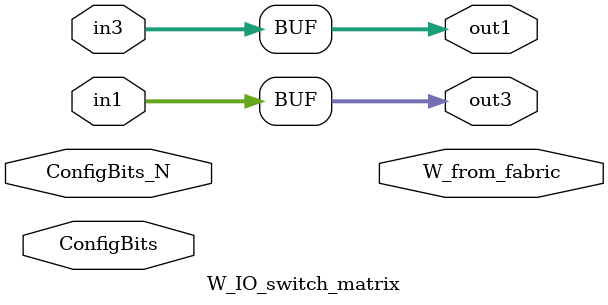
<source format=v>
module W_IO_switch_matrix #(
    parameter NoConfigBits = 4
)(
    output [31:0] out3,
    output [31:0] out1,
    output W_from_fabric,
    input [31:0] in1,
    input [31:0] in3,
    input [NoConfigBits - 1:0] ConfigBits,
    input [NoConfigBits - 1:0] ConfigBits_N
);

localparam reg GND0 = 0;
localparam reg GND = 0;
localparam reg VCC0 = 1;
localparam reg VCC = 1;
localparam reg VDD0 = 1;
localparam reg VDD = 1;

// switch matrix multiplexer out3 MUX-1
assign out3 = in1;

// switch matrix multiplexer out1 MUX-1
assign out1 = in3;

// switch matrix multiplexer from_fabric MUX-0
// WARNING unused multiplexer MUX-BelPort(input W_from_fabric[0:0])

endmodule

</source>
